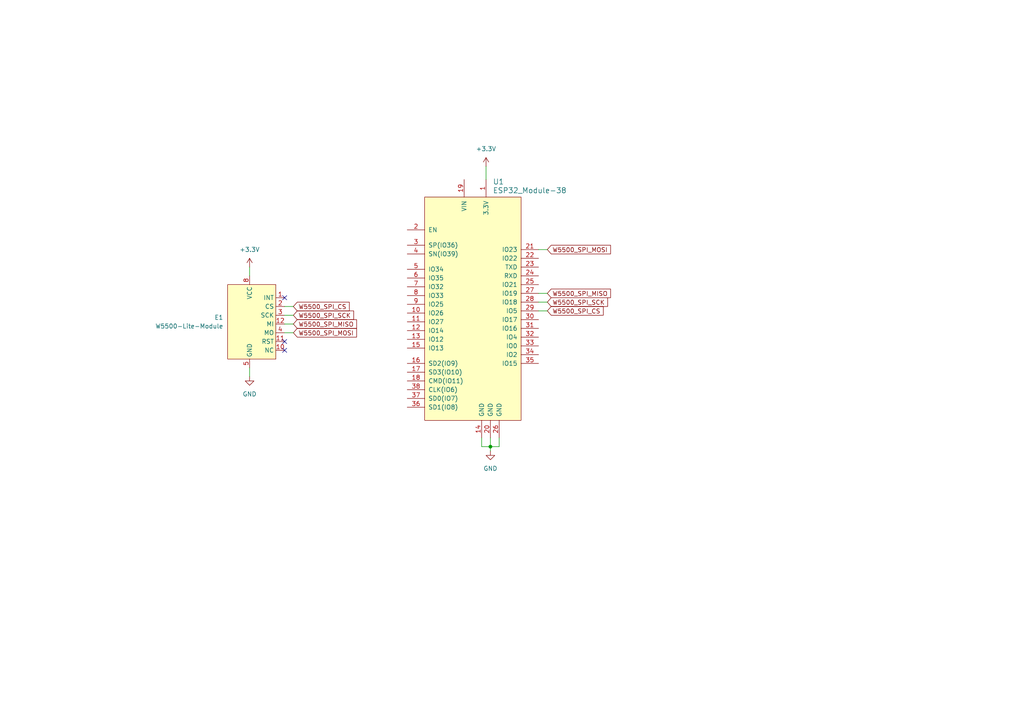
<source format=kicad_sch>
(kicad_sch (version 20230121) (generator eeschema)
  (paper "A4")
  (lib_symbols
    (symbol "Custom Library:ESP32_Module-38" (pin_names (offset 1.016))
      (property "Reference" "U" (at -13.335 28.575 0))
      (property "Value" "ESP32_Module-38" (at 24.765 -35.56 0))
      (symbol "ESP32_Module-38_0_1"
        (rectangle (start -15.24 27.305) (end 12.7 -37.465) (stroke (width 0.1524)) (fill (type background)))
      )
      (symbol "ESP32_Module-38_1_1"
        (pin input line (at 2.54 32.385 270) (length 5.08) (name "3.3V") (number "1"))
        (pin input line (at -20.32 -6.35 0) (length 5.08) (name "IO26") (number "10"))
        (pin input line (at -20.32 -8.89 0) (length 5.08) (name "IO27") (number "11"))
        (pin input line (at -20.32 -11.43 0) (length 5.08) (name "IO14") (number "12"))
        (pin input line (at -20.32 -13.97 0) (length 5.08) (name "IO12") (number "13"))
        (pin input line (at 1.27 -42.545 90) (length 5.08) (name "GND") (number "14"))
        (pin input line (at -20.32 -16.51 0) (length 5.08) (name "IO13") (number "15"))
        (pin input line (at -20.32 -20.955 0) (length 5.08) (name "SD2(IO9)") (number "16"))
        (pin input line (at -20.32 -23.495 0) (length 5.08) (name "SD3(IO10)") (number "17"))
        (pin input line (at -20.32 -26.035 0) (length 5.08) (name "CMD(IO11)") (number "18"))
        (pin input line (at -3.81 32.385 270) (length 5.08) (name "VIN") (number "19"))
        (pin input line (at -20.32 17.78 0) (length 5.08) (name "EN") (number "2"))
        (pin input line (at 3.81 -42.545 90) (length 5.08) (name "GND") (number "20"))
        (pin input line (at 17.78 12.065 180) (length 5.08) (name "IO23") (number "21"))
        (pin input line (at 17.78 9.525 180) (length 5.08) (name "IO22") (number "22"))
        (pin input line (at 17.78 6.985 180) (length 5.08) (name "TXD") (number "23"))
        (pin input line (at 17.78 4.445 180) (length 5.08) (name "RXD") (number "24"))
        (pin input line (at 17.78 1.905 180) (length 5.08) (name "IO21") (number "25"))
        (pin input line (at 6.35 -42.545 90) (length 5.08) (name "GND") (number "26"))
        (pin input line (at 17.78 -0.635 180) (length 5.08) (name "IO19") (number "27"))
        (pin input line (at 17.78 -3.175 180) (length 5.08) (name "IO18") (number "28"))
        (pin input line (at 17.78 -5.715 180) (length 5.08) (name "IO5") (number "29"))
        (pin input line (at -20.32 13.335 0) (length 5.08) (name "SP(IO36)") (number "3"))
        (pin input line (at 17.78 -8.255 180) (length 5.08) (name "IO17") (number "30"))
        (pin input line (at 17.78 -10.795 180) (length 5.08) (name "IO16") (number "31"))
        (pin input line (at 17.78 -13.335 180) (length 5.08) (name "IO4") (number "32"))
        (pin input line (at 17.78 -15.875 180) (length 5.08) (name "IO0") (number "33"))
        (pin input line (at 17.78 -18.415 180) (length 5.08) (name "IO2") (number "34"))
        (pin input line (at 17.78 -20.955 180) (length 5.08) (name "IO15") (number "35"))
        (pin input line (at -20.32 -33.655 0) (length 5.08) (name "SD1(IO8)") (number "36"))
        (pin input line (at -20.32 -31.115 0) (length 5.08) (name "SD0(IO7)") (number "37"))
        (pin input line (at -20.32 -28.575 0) (length 5.08) (name "CLK(IO6)") (number "38"))
        (pin input line (at -20.32 10.795 0) (length 5.08) (name "SN(IO39)") (number "4"))
        (pin input line (at -20.32 6.35 0) (length 5.08) (name "IO34") (number "5"))
        (pin input line (at -20.32 3.81 0) (length 5.08) (name "IO35") (number "6"))
        (pin input line (at -20.32 1.27 0) (length 5.08) (name "IO32") (number "7"))
        (pin input line (at -20.32 -1.27 0) (length 5.08) (name "IO33") (number "8"))
        (pin input line (at -20.32 -3.81 0) (length 5.08) (name "IO25") (number "9"))
      )
    )
    (symbol "Custom Library:W5500-Lite-Module"
      (property "Reference" "E" (at -11.43 17.78 0))
      (property "Value" "W5500-Lite-Module" (at 5.08 -7.62 0))
      (symbol "W5500-Lite-Module_1_1"
        (rectangle (start -12.7 16.51) (end 1.27 -5.08) (fill (type background)))
        (pin input line (at 3.81 12.7 180) (length 2.54) (name "INT") (number "1"))
        (pin input line (at 3.81 -2.54 180) (length 2.54) (name "NC") (number "10"))
        (pin input line (at 3.81 0 180) (length 2.54) (name "RST") (number "11"))
        (pin input line (at 3.81 5.08 180) (length 2.54) (name "MI") (number "12"))
        (pin input line (at 3.81 10.16 180) (length 2.54) (name "CS") (number "2"))
        (pin input line (at 3.81 7.62 180) (length 2.54) (name "SCK") (number "3"))
        (pin input line (at 3.81 2.54 180) (length 2.54) (name "MO") (number "4"))
        (pin input line (at -6.35 -7.62 90) (length 2.54) (name "GND") (number "5"))
        (pin input line (at -7.62 -7.62 90) (length 2.54) hide (name "GND") (number "6"))
        (pin input line (at -8.89 -7.62 90) (length 2.54) hide (name "GND") (number "7"))
        (pin input line (at -6.35 19.05 270) (length 2.54) (name "VCC") (number "8"))
        (pin input line (at -5.08 19.05 270) (length 2.54) hide (name "VCC") (number "9"))
      )
    )
    (symbol "power:+3.3V" (power) (pin_names (offset 0))
      (property "Value" "+3.3V" (at 0 3.556 0))
      (symbol "+3.3V_0_1"
        (polyline (pts (xy -0.762 1.27) (xy 0 2.54)))
        (polyline (pts (xy 0 0) (xy 0 2.54)))
        (polyline (pts (xy 0 2.54) (xy 0.762 1.27)))
      )
      (symbol "+3.3V_1_1"
        (pin power_in line (at 0 0 90) (length 0) hide (name "+3.3V") (number "1"))
      )
    )
    (symbol "power:GND" (power) (pin_names (offset 0))
      (property "Value" "GND" (at 0 -3.81 0))
      (symbol "GND_0_1"
        (polyline (pts (xy 0 0) (xy 0 -1.27) (xy 1.27 -1.27) (xy 0 -2.54) (xy -1.27 -1.27) (xy 0 -1.27)))
      )
      (symbol "GND_1_1"
        (pin power_in line (at 0 0 270) (length 0) hide (name "GND") (number "1"))
      )
    )
  )
  (junction (at 142.24 129.54))
  (no_connect (at 82.55 86.36))
  (no_connect (at 82.55 99.06))
  (no_connect (at 82.55 101.6))
  (wire (pts (xy 139.7 127) (xy 139.7 129.54)))
  (wire (pts (xy 144.78 129.54) (xy 144.78 127)))
  (wire (pts (xy 156.21 87.63) (xy 158.75 87.63)))
  (wire (pts (xy 82.55 88.9) (xy 85.09 88.9)))
  (wire (pts (xy 142.24 129.54) (xy 142.24 130.81)))
  (wire (pts (xy 140.97 48.26) (xy 140.97 52.07)))
  (wire (pts (xy 142.24 127) (xy 142.24 129.54)))
  (wire (pts (xy 72.39 106.68) (xy 72.39 109.22)))
  (wire (pts (xy 156.21 85.09) (xy 158.75 85.09)))
  (wire (pts (xy 82.55 93.98) (xy 85.09 93.98)))
  (wire (pts (xy 142.24 129.54) (xy 144.78 129.54)))
  (wire (pts (xy 72.39 77.47) (xy 72.39 80.01)))
  (wire (pts (xy 156.21 90.17) (xy 158.75 90.17)))
  (wire (pts (xy 139.7 129.54) (xy 142.24 129.54)))
  (wire (pts (xy 156.21 72.39) (xy 158.75 72.39)))
  (wire (pts (xy 82.55 91.44) (xy 85.09 91.44)))
  (wire (pts (xy 82.55 96.52) (xy 85.09 96.52)))
  (global_label "W5500_SPI_SCK" (shape input) (at 85.09 91.44 0) (property "Intersheetrefs" "${INTERSHEET_REFS}" (effects hide)))
  (global_label "W5500_SPI_CS" (shape input) (at 158.75 90.17 0) (property "Intersheetrefs" "${INTERSHEET_REFS}" (effects hide)))
  (global_label "W5500_SPI_MOSI" (shape input) (at 158.75 72.39 0) (property "Intersheetrefs" "${INTERSHEET_REFS}" (effects hide)))
  (global_label "W5500_SPI_MOSI" (shape input) (at 85.09 96.52 0) (property "Intersheetrefs" "${INTERSHEET_REFS}" (effects hide)))
  (global_label "W5500_SPI_MISO" (shape input) (at 85.09 93.98 0) (property "Intersheetrefs" "${INTERSHEET_REFS}" (effects hide)))
  (global_label "W5500_SPI_MISO" (shape input) (at 158.75 85.09 0) (property "Intersheetrefs" "${INTERSHEET_REFS}" (effects hide)))
  (global_label "W5500_SPI_CS" (shape input) (at 85.09 88.9 0) (property "Intersheetrefs" "${INTERSHEET_REFS}" (effects hide)))
  (global_label "W5500_SPI_SCK" (shape input) (at 158.75 87.63 0) (property "Intersheetrefs" "${INTERSHEET_REFS}" (effects hide)))
  (symbol (lib_id "power:+3.3V") (at 72.39 77.47 0) (unit 1)
    (property "Reference" "#PWR01" (effects hide))
    (property "Value" "+3.3V" (at 72.39 72.39 0))
  )
  (symbol (lib_id "power:+3.3V") (at 140.97 48.26 0) (unit 1)
    (property "Reference" "#PWR04" (effects hide))
    (property "Value" "+3.3V" (at 140.97 43.18 0))
  )
  (symbol (lib_id "power:GND") (at 72.39 109.22 0) (unit 1)
    (property "Reference" "#PWR02" (effects hide))
    (property "Value" "GND" (at 72.39 114.3 0))
  )
  (symbol (lib_id "Custom Library:W5500-Lite-Module") (at 78.74 99.06 0) (unit 1)
    (property "Reference" "E1" (at 64.77 92.075 0) (effects (justify right)))
    (property "Value" "W5500-Lite-Module" (at 64.77 94.615 0) (effects (justify right)))
  )
  (symbol (lib_id "Custom Library:ESP32_Module-38") (at 138.43 84.455 0) (unit 1)
    (property "Reference" "U1" (at 142.9259 52.705 0) (effects (font (size 1.524 1.524)) (justify left)))
    (property "Value" "ESP32_Module-38" (at 142.9259 55.245 0) (effects (font (size 1.524 1.524)) (justify left)))
  )
  (symbol (lib_id "power:GND") (at 142.24 130.81 0) (unit 1)
    (property "Reference" "#PWR03" (effects hide))
    (property "Value" "GND" (at 142.24 135.89 0))
  )
)
</source>
